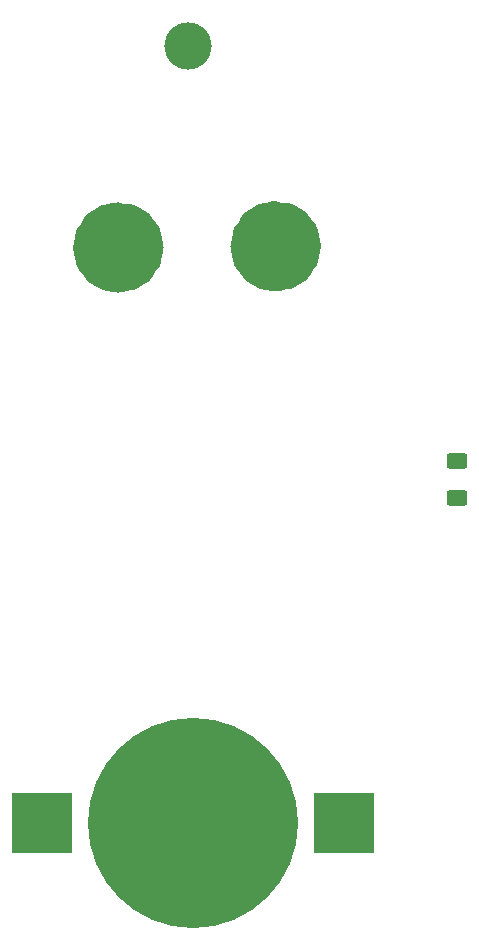
<source format=gbr>
%TF.GenerationSoftware,KiCad,Pcbnew,6.0.6-3a73a75311~116~ubuntu21.10.1*%
%TF.CreationDate,2023-05-16T20:40:29-06:00*%
%TF.ProjectId,goon,676f6f6e-2e6b-4696-9361-645f70636258,rev?*%
%TF.SameCoordinates,Original*%
%TF.FileFunction,Soldermask,Bot*%
%TF.FilePolarity,Negative*%
%FSLAX46Y46*%
G04 Gerber Fmt 4.6, Leading zero omitted, Abs format (unit mm)*
G04 Created by KiCad (PCBNEW 6.0.6-3a73a75311~116~ubuntu21.10.1) date 2023-05-16 20:40:29*
%MOMM*%
%LPD*%
G01*
G04 APERTURE LIST*
G04 Aperture macros list*
%AMRoundRect*
0 Rectangle with rounded corners*
0 $1 Rounding radius*
0 $2 $3 $4 $5 $6 $7 $8 $9 X,Y pos of 4 corners*
0 Add a 4 corners polygon primitive as box body*
4,1,4,$2,$3,$4,$5,$6,$7,$8,$9,$2,$3,0*
0 Add four circle primitives for the rounded corners*
1,1,$1+$1,$2,$3*
1,1,$1+$1,$4,$5*
1,1,$1+$1,$6,$7*
1,1,$1+$1,$8,$9*
0 Add four rect primitives between the rounded corners*
20,1,$1+$1,$2,$3,$4,$5,0*
20,1,$1+$1,$4,$5,$6,$7,0*
20,1,$1+$1,$6,$7,$8,$9,0*
20,1,$1+$1,$8,$9,$2,$3,0*%
G04 Aperture macros list end*
%ADD10C,3.850000*%
%ADD11C,4.000000*%
%ADD12R,2.600000X1.500000*%
%ADD13RoundRect,0.250000X-0.625000X0.400000X-0.625000X-0.400000X0.625000X-0.400000X0.625000X0.400000X0*%
%ADD14R,5.100000X5.100000*%
%ADD15C,17.800000*%
G04 APERTURE END LIST*
D10*
X145975000Y-80450000D02*
G75*
G03*
X145975000Y-80450000I-1925000J0D01*
G01*
X159300000Y-80350000D02*
G75*
G03*
X159300000Y-80350000I-1925000J0D01*
G01*
D11*
%TO.C,REF\u002A\u002A*%
X149975000Y-63400000D03*
%TD*%
D12*
%TO.C,D1*%
X144100000Y-77675000D03*
X144100000Y-83175000D03*
%TD*%
%TO.C,D2*%
X157450000Y-77675000D03*
X157450000Y-83175000D03*
%TD*%
D13*
%TO.C,R1*%
X172725000Y-101625000D03*
X172725000Y-98525000D03*
%TD*%
D14*
%TO.C,BT1*%
X137550000Y-129200000D03*
X163150000Y-129200000D03*
D15*
X150350000Y-129200000D03*
%TD*%
M02*

</source>
